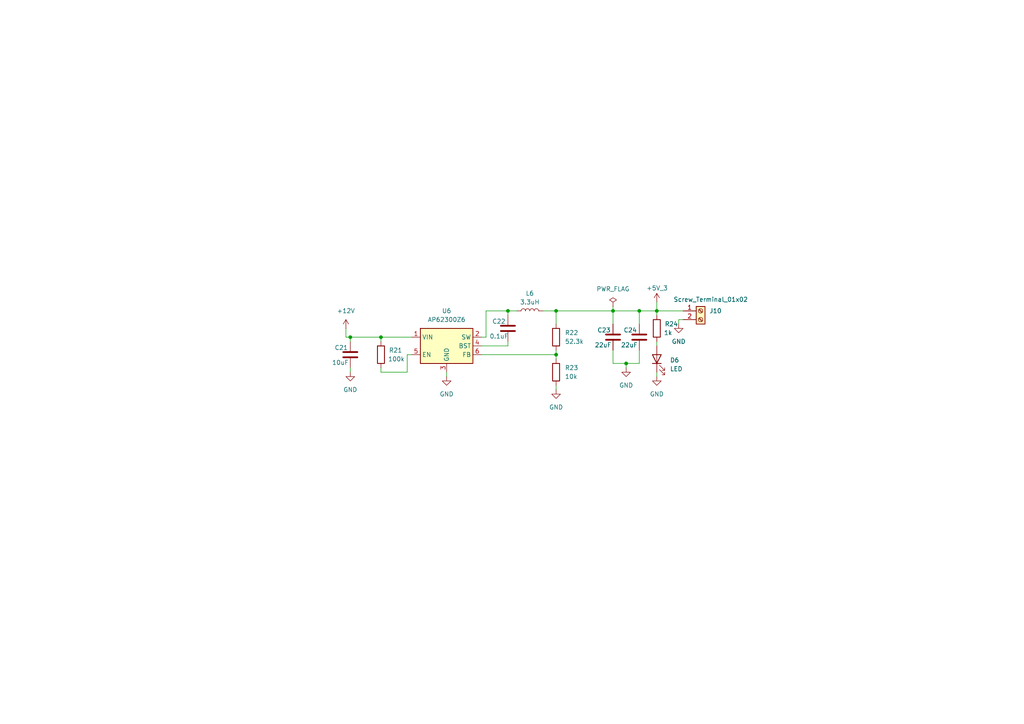
<source format=kicad_sch>
(kicad_sch (version 20231120) (generator "eeschema") (generator_version "8.0")
  (paper "A4")
  (lib_symbols
    (symbol "Connector:Screw_Terminal_01x02" (pin_names (offset 1.016) hide)
      (property "Reference" "J" (at 0 2.54 0))
      (property "Value" "Screw_Terminal_01x02" (at 0 -5.08 0))
      (symbol "Screw_Terminal_01x02_1_1"
        (rectangle (start -1.27 1.27) (end 1.27 -3.81) (stroke (width 0.254)) (fill (type background)))
        (circle (center 0 -2.54) (radius 0.635) (stroke (width 0.1524)))
        (polyline (pts (xy -0.5334 -2.2098) (xy 0.3302 -3.048)) (stroke (width 0.1524)))
        (polyline (pts (xy -0.5334 0.3302) (xy 0.3302 -0.508)) (stroke (width 0.1524)))
        (polyline (pts (xy -0.3556 -2.032) (xy 0.508 -2.8702)) (stroke (width 0.1524)))
        (polyline (pts (xy -0.3556 0.508) (xy 0.508 -0.3302)) (stroke (width 0.1524)))
        (circle (center 0 0) (radius 0.635) (stroke (width 0.1524)))
        (pin passive line (at -5.08 0 0) (length 3.81) (name "Pin_1") (number "1"))
        (pin passive line (at -5.08 -2.54 0) (length 3.81) (name "Pin_2") (number "2"))
      )
    )
    (symbol "Device:C" (pin_numbers hide) (pin_names (offset 0.254))
      (property "Reference" "C" (at 0.635 2.54 0))
      (property "Value" "C" (at 0.635 -2.54 0))
      (symbol "C_0_1"
        (polyline (pts (xy -2.032 -0.762) (xy 2.032 -0.762)) (stroke (width 0.508)))
        (polyline (pts (xy -2.032 0.762) (xy 2.032 0.762)) (stroke (width 0.508)))
      )
      (symbol "C_1_1"
        (pin passive line (at 0 3.81 270) (length 2.794) (name "~") (number "1"))
        (pin passive line (at 0 -3.81 90) (length 2.794) (name "~") (number "2"))
      )
    )
    (symbol "Device:L" (pin_numbers hide) (pin_names (offset 1.016) hide)
      (property "Reference" "L" (at -1.27 0 90))
      (property "Value" "L" (at 1.905 0 90))
      (symbol "L_0_1"
        (arc (start 0 -2.54) (mid 0.6323 -1.905) (end 0 -1.27))
        (arc (start 0 -1.27) (mid 0.6323 -0.635) (end 0 0))
        (arc (start 0 0) (mid 0.6323 0.635) (end 0 1.27))
        (arc (start 0 1.27) (mid 0.6323 1.905) (end 0 2.54))
      )
      (symbol "L_1_1"
        (pin passive line (at 0 3.81 270) (length 1.27) (name "1") (number "1"))
        (pin passive line (at 0 -3.81 90) (length 1.27) (name "2") (number "2"))
      )
    )
    (symbol "Device:LED" (pin_numbers hide) (pin_names (offset 1.016) hide)
      (property "Reference" "D" (at 0 2.54 0))
      (property "Value" "LED" (at 0 -2.54 0))
      (symbol "LED_0_1"
        (polyline (pts (xy -1.27 -1.27) (xy -1.27 1.27)) (stroke (width 0.254)))
        (polyline (pts (xy -1.27 0) (xy 1.27 0)))
        (polyline (pts (xy 1.27 -1.27) (xy 1.27 1.27) (xy -1.27 0) (xy 1.27 -1.27)) (stroke (width 0.254)))
        (polyline (pts (xy -3.048 -0.762) (xy -4.572 -2.286) (xy -3.81 -2.286) (xy -4.572 -2.286) (xy -4.572 -1.524)))
        (polyline (pts (xy -1.778 -0.762) (xy -3.302 -2.286) (xy -2.54 -2.286) (xy -3.302 -2.286) (xy -3.302 -1.524)))
      )
      (symbol "LED_1_1"
        (pin passive line (at -3.81 0 0) (length 2.54) (name "K") (number "1"))
        (pin passive line (at 3.81 0 180) (length 2.54) (name "A") (number "2"))
      )
    )
    (symbol "Device:R" (pin_numbers hide) (pin_names (offset 0))
      (property "Reference" "R" (at 2.032 0 90))
      (property "Value" "R" (at 0 0 90))
      (symbol "R_0_1"
        (rectangle (start -1.016 -2.54) (end 1.016 2.54) (stroke (width 0.254)))
      )
      (symbol "R_1_1"
        (pin passive line (at 0 3.81 270) (length 1.27) (name "~") (number "1"))
        (pin passive line (at 0 -3.81 90) (length 1.27) (name "~") (number "2"))
      )
    )
    (symbol "Regulator_Switching:AP62300Z6"
      (property "Reference" "U" (at -7.62 6.35 0))
      (property "Value" "AP62300Z6" (at 6.35 -6.35 0))
      (symbol "AP62300Z6_0_1"
        (rectangle (start -7.62 5.08) (end 7.62 -5.08) (stroke (width 0.254)) (fill (type background)))
      )
      (symbol "AP62300Z6_1_1"
        (pin power_in line (at -10.16 2.54 0) (length 2.54) (name "VIN") (number "1"))
        (pin output line (at 10.16 2.54 180) (length 2.54) (name "SW") (number "2"))
        (pin power_in line (at 0 -7.62 90) (length 2.54) (name "GND") (number "3"))
        (pin passive line (at 10.16 0 180) (length 2.54) (name "BST") (number "4"))
        (pin input line (at -10.16 -2.54 0) (length 2.54) (name "EN") (number "5"))
        (pin input line (at 10.16 -2.54 180) (length 2.54) (name "FB") (number "6"))
      )
    )
    (symbol "power:+12V" (power) (pin_numbers hide) (pin_names (offset 0) hide)
      (property "Value" "+12V" (at 0 3.556 0))
      (symbol "+12V_0_1"
        (polyline (pts (xy -0.762 1.27) (xy 0 2.54)))
        (polyline (pts (xy 0 0) (xy 0 2.54)))
        (polyline (pts (xy 0 2.54) (xy 0.762 1.27)))
      )
      (symbol "+12V_1_1"
        (pin power_in line (at 0 0 90) (length 0) (name "~") (number "1"))
      )
    )
    (symbol "power:+5V" (power) (pin_numbers hide) (pin_names (offset 0) hide)
      (property "Value" "+5V" (at 0 3.556 0))
      (symbol "+5V_0_1"
        (polyline (pts (xy -0.762 1.27) (xy 0 2.54)))
        (polyline (pts (xy 0 0) (xy 0 2.54)))
        (polyline (pts (xy 0 2.54) (xy 0.762 1.27)))
      )
      (symbol "+5V_1_1"
        (pin power_in line (at 0 0 90) (length 0) (name "~") (number "1"))
      )
    )
    (symbol "power:GND" (power) (pin_numbers hide) (pin_names (offset 0) hide)
      (property "Value" "GND" (at 0 -3.81 0))
      (symbol "GND_0_1"
        (polyline (pts (xy 0 0) (xy 0 -1.27) (xy 1.27 -1.27) (xy 0 -2.54) (xy -1.27 -1.27) (xy 0 -1.27)))
      )
      (symbol "GND_1_1"
        (pin power_in line (at 0 0 270) (length 0) (name "~") (number "1"))
      )
    )
    (symbol "power:PWR_FLAG" (power) (pin_numbers hide) (pin_names (offset 0) hide)
      (property "Value" "PWR_FLAG" (at 0 3.81 0))
      (symbol "PWR_FLAG_0_0"
        (pin power_out line (at 0 0 90) (length 0) (name "~") (number "1"))
      )
      (symbol "PWR_FLAG_0_1"
        (polyline (pts (xy 0 0) (xy 0 1.27) (xy -1.016 1.905) (xy 0 2.54) (xy 1.016 1.905) (xy 0 1.27)))
      )
    )
  )
  (junction (at 110.49 97.79))
  (junction (at 177.8 90.17))
  (junction (at 101.6 97.79))
  (junction (at 161.29 102.87))
  (junction (at 190.5 90.17))
  (junction (at 185.42 90.17))
  (junction (at 161.29 90.17))
  (junction (at 181.61 105.41))
  (junction (at 147.32 90.17))
  (wire (pts (xy 139.7 97.79) (xy 140.97 97.79)))
  (wire (pts (xy 157.48 90.17) (xy 161.29 90.17)))
  (wire (pts (xy 140.97 97.79) (xy 140.97 90.17)))
  (wire (pts (xy 177.8 101.6) (xy 177.8 105.41)))
  (wire (pts (xy 140.97 90.17) (xy 147.32 90.17)))
  (wire (pts (xy 129.54 107.95) (xy 129.54 109.22)))
  (wire (pts (xy 185.42 90.17) (xy 190.5 90.17)))
  (wire (pts (xy 177.8 90.17) (xy 177.8 93.98)))
  (wire (pts (xy 190.5 99.06) (xy 190.5 100.33)))
  (wire (pts (xy 110.49 97.79) (xy 110.49 99.06)))
  (wire (pts (xy 181.61 105.41) (xy 185.42 105.41)))
  (wire (pts (xy 190.5 91.44) (xy 190.5 90.17)))
  (wire (pts (xy 161.29 90.17) (xy 161.29 93.98)))
  (wire (pts (xy 177.8 90.17) (xy 185.42 90.17)))
  (wire (pts (xy 100.33 95.25) (xy 100.33 97.79)))
  (wire (pts (xy 101.6 97.79) (xy 110.49 97.79)))
  (wire (pts (xy 161.29 111.76) (xy 161.29 113.03)))
  (wire (pts (xy 161.29 90.17) (xy 177.8 90.17)))
  (wire (pts (xy 181.61 105.41) (xy 181.61 106.68)))
  (wire (pts (xy 139.7 100.33) (xy 147.32 100.33)))
  (wire (pts (xy 185.42 90.17) (xy 185.42 93.98)))
  (wire (pts (xy 110.49 107.95) (xy 118.11 107.95)))
  (wire (pts (xy 101.6 99.06) (xy 101.6 97.79)))
  (wire (pts (xy 110.49 106.68) (xy 110.49 107.95)))
  (wire (pts (xy 118.11 102.87) (xy 119.38 102.87)))
  (wire (pts (xy 110.49 97.79) (xy 119.38 97.79)))
  (wire (pts (xy 185.42 101.6) (xy 185.42 105.41)))
  (wire (pts (xy 190.5 87.63) (xy 190.5 90.17)))
  (wire (pts (xy 177.8 105.41) (xy 181.61 105.41)))
  (wire (pts (xy 177.8 88.9) (xy 177.8 90.17)))
  (wire (pts (xy 147.32 90.17) (xy 147.32 91.44)))
  (wire (pts (xy 196.85 92.71) (xy 196.85 93.98)))
  (wire (pts (xy 190.5 90.17) (xy 198.12 90.17)))
  (wire (pts (xy 139.7 102.87) (xy 161.29 102.87)))
  (wire (pts (xy 100.33 97.79) (xy 101.6 97.79)))
  (wire (pts (xy 161.29 101.6) (xy 161.29 102.87)))
  (wire (pts (xy 198.12 92.71) (xy 196.85 92.71)))
  (wire (pts (xy 147.32 90.17) (xy 149.86 90.17)))
  (wire (pts (xy 190.5 107.95) (xy 190.5 109.22)))
  (wire (pts (xy 147.32 100.33) (xy 147.32 99.06)))
  (wire (pts (xy 118.11 107.95) (xy 118.11 102.87)))
  (wire (pts (xy 101.6 106.68) (xy 101.6 107.95)))
  (wire (pts (xy 161.29 102.87) (xy 161.29 104.14)))
  (symbol (lib_id "Device:R") (at 110.49 102.87 0) (unit 1)
    (property "Reference" "R21" (at 112.776 101.6 0) (effects (justify left)))
    (property "Value" "100k" (at 112.522 104.14 0) (effects (justify left)))
    (property "Footprint" "Resistor_SMD:R_0603_1608Metric" (effects (hide yes)))
    (property "Description" "Resistor" (effects (hide yes)))
  )
  (symbol (lib_id "Device:R") (at 190.5 95.25 0) (unit 1)
    (property "Reference" "R24" (at 192.786 93.98 0) (effects (justify left)))
    (property "Value" "1k" (at 192.532 96.52 0) (effects (justify left)))
    (property "Footprint" "Resistor_SMD:R_0603_1608Metric" (effects (hide yes)))
    (property "Description" "Resistor" (effects (hide yes)))
  )
  (symbol (lib_id "power:GND") (at 181.61 106.68 0) (unit 1)
    (property "Reference" "#PWR053" (effects (hide yes)))
    (property "Value" "GND" (at 181.61 111.76 0))
    (property "Description" "Power symbol creates a global label with name \"GND\" , ground" (effects (hide yes)))
  )
  (symbol (lib_id "power:+5V") (at 190.5 87.63 0) (unit 1)
    (property "Reference" "#PWR054" (effects (hide yes)))
    (property "Value" "+5V_3" (at 187.452 83.566 0) (effects (justify left)))
    (property "Description" "Power symbol creates a global label with name \"+5V\"" (effects (hide yes)))
  )
  (symbol (lib_id "Device:C") (at 101.6 102.87 0) (unit 1)
    (property "Reference" "C21" (at 97.028 100.838 0) (effects (justify left)))
    (property "Value" "10uF" (at 96.266 105.156 0) (effects (justify left)))
    (property "Footprint" "Capacitor_SMD:C_1206_3216Metric" (effects (hide yes)))
    (property "Description" "Unpolarized capacitor" (effects (hide yes)))
  )
  (symbol (lib_id "Regulator_Switching:AP62300Z6") (at 129.54 100.33 0) (unit 1)
    (property "Reference" "U6" (at 129.54 90.17 0))
    (property "Value" "AP62300Z6" (at 129.54 92.71 0))
    (property "Footprint" "Package_TO_SOT_SMD:SOT-563" (effects (hide yes)))
    (property "Datasheet" "https://www.diodes.com/assets/Datasheets/AP62300_AP62301_AP62300T.pdf" (effects (hide yes)))
    (property "Description" "3A, 1.3MHz Buck DC/DC Converter, adjustable output voltage, SOT-563" (effects (hide yes)))
  )
  (symbol (lib_id "power:GND") (at 190.5 109.22 0) (unit 1)
    (property "Reference" "#PWR055" (effects (hide yes)))
    (property "Value" "GND" (at 190.5 114.3 0))
    (property "Description" "Power symbol creates a global label with name \"GND\" , ground" (effects (hide yes)))
  )
  (symbol (lib_id "Device:C") (at 185.42 97.79 0) (unit 1)
    (property "Reference" "C24" (at 180.848 95.758 0) (effects (justify left)))
    (property "Value" "22uF" (at 180.086 100.076 0) (effects (justify left)))
    (property "Footprint" "Capacitor_SMD:C_1206_3216Metric" (effects (hide yes)))
    (property "Description" "Unpolarized capacitor" (effects (hide yes)))
  )
  (symbol (lib_id "power:GND") (at 196.85 93.98 0) (unit 1)
    (property "Reference" "#PWR056" (effects (hide yes)))
    (property "Value" "GND" (at 196.85 99.06 0))
    (property "Description" "Power symbol creates a global label with name \"GND\" , ground" (effects (hide yes)))
  )
  (symbol (lib_id "Connector:Screw_Terminal_01x02") (at 203.2 90.17 0) (unit 1)
    (property "Reference" "J10" (at 205.74 90.1699 0) (effects (justify left)))
    (property "Value" "Screw_Terminal_01x02" (at 195.326 86.868 0) (effects (justify left)))
    (property "Footprint" "TerminalBlock_4Ucon:TerminalBlock_4Ucon_1x02_P3.50mm_Vertical" (effects (hide yes)))
    (property "Description" "Generic screw terminal, single row, 01x02, script generated (kicad-library-utils/schlib/autogen/connector/)" (effects (hide yes)))
  )
  (symbol (lib_id "Device:C") (at 147.32 95.25 0) (unit 1)
    (property "Reference" "C22" (at 142.748 93.218 0) (effects (justify left)))
    (property "Value" "0.1uF" (at 141.986 97.536 0) (effects (justify left)))
    (property "Footprint" "Capacitor_SMD:C_0603_1608Metric" (effects (hide yes)))
    (property "Description" "Unpolarized capacitor" (effects (hide yes)))
  )
  (symbol (lib_id "Device:C") (at 177.8 97.79 0) (unit 1)
    (property "Reference" "C23" (at 173.228 95.758 0) (effects (justify left)))
    (property "Value" "22uF" (at 172.466 100.076 0) (effects (justify left)))
    (property "Footprint" "Capacitor_SMD:C_1206_3216Metric" (effects (hide yes)))
    (property "Description" "Unpolarized capacitor" (effects (hide yes)))
  )
  (symbol (lib_id "power:GND") (at 161.29 113.03 0) (unit 1)
    (property "Reference" "#PWR052" (effects (hide yes)))
    (property "Value" "GND" (at 161.29 118.11 0))
    (property "Description" "Power symbol creates a global label with name \"GND\" , ground" (effects (hide yes)))
  )
  (symbol (lib_id "Device:R") (at 161.29 107.95 0) (unit 1)
    (property "Reference" "R23" (at 163.83 106.6799 0) (effects (justify left)))
    (property "Value" "10k" (at 163.83 109.2199 0) (effects (justify left)))
    (property "Footprint" "Resistor_SMD:R_0603_1608Metric" (effects (hide yes)))
    (property "Description" "Resistor" (effects (hide yes)))
  )
  (symbol (lib_id "power:GND") (at 101.6 107.95 0) (unit 1)
    (property "Reference" "#PWR050" (effects (hide yes)))
    (property "Value" "GND" (at 101.6 113.03 0))
    (property "Description" "Power symbol creates a global label with name \"GND\" , ground" (effects (hide yes)))
  )
  (symbol (lib_id "Device:L") (at 153.67 90.17 90) (unit 1)
    (property "Reference" "L6" (at 153.67 85.09 90))
    (property "Value" "3.3uH" (at 153.67 87.63 90))
    (property "Footprint" "Inductor_SMD:L_TDK_VLS6045EX_VLS6045AF" (effects (hide yes)))
    (property "Description" "Inductor" (effects (hide yes)))
  )
  (symbol (lib_id "Device:R") (at 161.29 97.79 0) (unit 1)
    (property "Reference" "R22" (at 163.83 96.5199 0) (effects (justify left)))
    (property "Value" "52.3k" (at 163.83 99.0599 0) (effects (justify left)))
    (property "Footprint" "Resistor_SMD:R_0603_1608Metric" (effects (hide yes)))
    (property "Description" "Resistor" (effects (hide yes)))
  )
  (symbol (lib_id "power:+12V") (at 100.33 95.25 0) (unit 1)
    (property "Reference" "#PWR049" (effects (hide yes)))
    (property "Value" "+12V" (at 100.33 90.17 0))
    (property "Description" "Power symbol creates a global label with name \"+12V\"" (effects (hide yes)))
  )
  (symbol (lib_id "power:PWR_FLAG") (at 177.8 88.9 0) (unit 1)
    (property "Reference" "#FLG06" (effects (hide yes)))
    (property "Value" "PWR_FLAG" (at 177.8 83.82 0))
    (property "Description" "Special symbol for telling ERC where power comes from" (effects (hide yes)))
  )
  (symbol (lib_id "Device:LED") (at 190.5 104.14 90) (unit 1)
    (property "Reference" "D6" (at 194.31 104.4574 90) (effects (justify right)))
    (property "Value" "LED" (at 194.31 106.9974 90) (effects (justify right)))
    (property "Footprint" "LED_SMD:LED_0603_1608Metric" (effects (hide yes)))
    (property "Description" "Light emitting diode" (effects (hide yes)))
  )
  (symbol (lib_id "power:GND") (at 129.54 109.22 0) (unit 1)
    (property "Reference" "#PWR051" (effects (hide yes)))
    (property "Value" "GND" (at 129.54 114.3 0))
    (property "Description" "Power symbol creates a global label with name \"GND\" , ground" (effects (hide yes)))
  )
)
</source>
